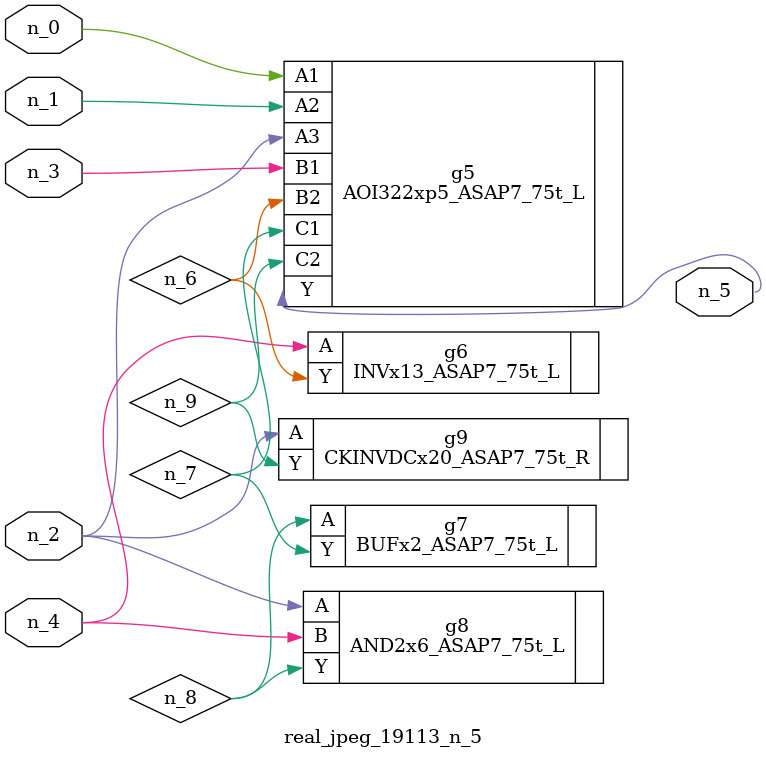
<source format=v>
module real_jpeg_19113_n_5 (n_4, n_0, n_1, n_2, n_3, n_5);

input n_4;
input n_0;
input n_1;
input n_2;
input n_3;

output n_5;

wire n_8;
wire n_6;
wire n_7;
wire n_9;

AOI322xp5_ASAP7_75t_L g5 ( 
.A1(n_0),
.A2(n_1),
.A3(n_2),
.B1(n_3),
.B2(n_6),
.C1(n_7),
.C2(n_9),
.Y(n_5)
);

AND2x6_ASAP7_75t_L g8 ( 
.A(n_2),
.B(n_4),
.Y(n_8)
);

CKINVDCx20_ASAP7_75t_R g9 ( 
.A(n_2),
.Y(n_9)
);

INVx13_ASAP7_75t_L g6 ( 
.A(n_4),
.Y(n_6)
);

BUFx2_ASAP7_75t_L g7 ( 
.A(n_8),
.Y(n_7)
);


endmodule
</source>
